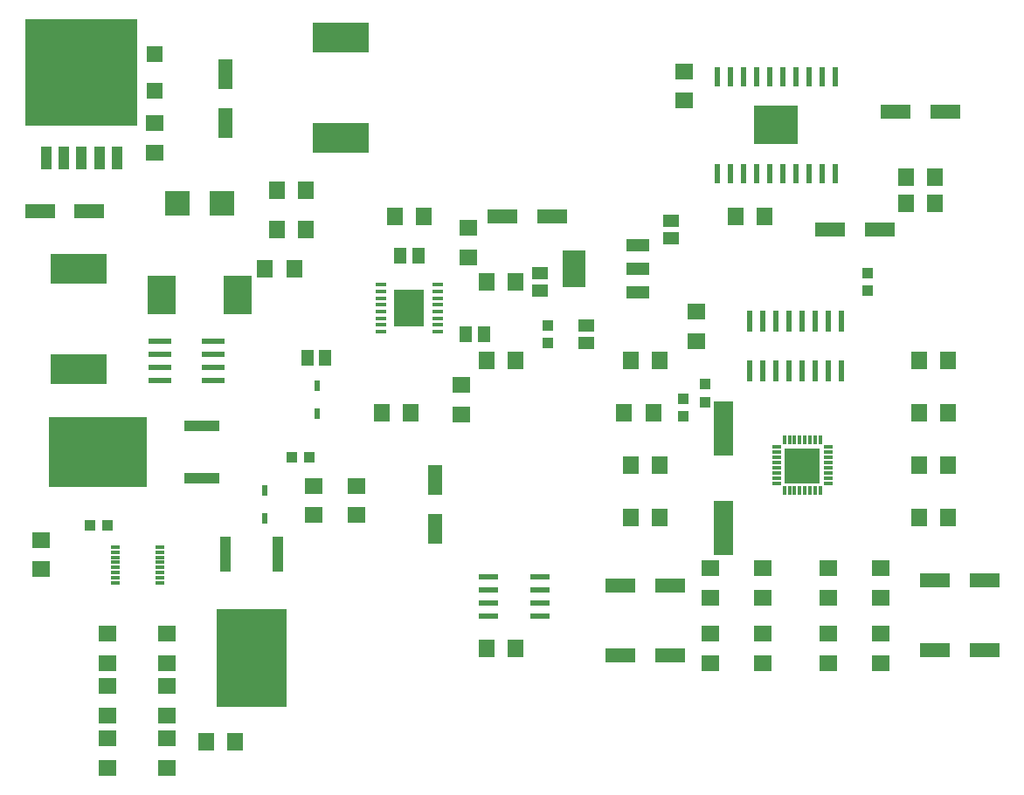
<source format=gtp>
G75*
G70*
%OFA0B0*%
%FSLAX24Y24*%
%IPPOS*%
%LPD*%
%AMOC8*
5,1,8,0,0,1.08239X$1,22.5*
%
%ADD10R,0.0710X0.0630*%
%ADD11R,0.0630X0.0710*%
%ADD12R,0.2126X0.1142*%
%ADD13R,0.0350X0.0120*%
%ADD14R,0.0709X0.0630*%
%ADD15R,0.0433X0.0394*%
%ADD16R,0.0780X0.0200*%
%ADD17R,0.1339X0.0394*%
%ADD18R,0.3780X0.2677*%
%ADD19R,0.0394X0.1339*%
%ADD20R,0.2677X0.3780*%
%ADD21R,0.0236X0.0394*%
%ADD22R,0.4252X0.4098*%
%ADD23R,0.0420X0.0850*%
%ADD24R,0.0945X0.0945*%
%ADD25R,0.0320X0.0120*%
%ADD26R,0.0120X0.0320*%
%ADD27R,0.1320X0.1320*%
%ADD28R,0.0880X0.0480*%
%ADD29R,0.0866X0.1417*%
%ADD30R,0.0394X0.0433*%
%ADD31R,0.0240X0.0810*%
%ADD32R,0.0220X0.0780*%
%ADD33R,0.1700X0.1500*%
%ADD34R,0.0630X0.0709*%
%ADD35R,0.0591X0.0512*%
%ADD36R,0.1181X0.0551*%
%ADD37R,0.0591X0.0591*%
%ADD38R,0.0760X0.2100*%
%ADD39R,0.0551X0.1181*%
%ADD40R,0.0413X0.0177*%
%ADD41R,0.1160X0.1410*%
%ADD42R,0.0870X0.0240*%
%ADD43R,0.0512X0.0591*%
%ADD44R,0.1102X0.1496*%
D10*
X004100Y002940D03*
X004100Y004060D03*
X004100Y004940D03*
X004100Y006060D03*
X004100Y006940D03*
X004100Y008060D03*
X006350Y008060D03*
X006350Y006940D03*
X006350Y006060D03*
X006350Y004940D03*
X006350Y004060D03*
X006350Y002940D03*
X011950Y012590D03*
X011950Y013710D03*
X013600Y013710D03*
X013600Y012590D03*
X017600Y016440D03*
X017600Y017560D03*
X017850Y022440D03*
X017850Y023560D03*
X026550Y020360D03*
X026550Y019240D03*
X027100Y010560D03*
X027100Y009440D03*
X027100Y008060D03*
X027100Y006940D03*
X029100Y006940D03*
X029100Y008060D03*
X029100Y009440D03*
X029100Y010560D03*
X031600Y010560D03*
X031600Y009440D03*
X031600Y008060D03*
X031600Y006940D03*
X033600Y006940D03*
X033600Y008060D03*
X033600Y009440D03*
X033600Y010560D03*
X005900Y026440D03*
X005900Y027560D03*
D11*
X010540Y025000D03*
X011660Y025000D03*
X011660Y023500D03*
X010540Y023500D03*
X010090Y022000D03*
X011210Y022000D03*
X015040Y024000D03*
X016160Y024000D03*
X018540Y021500D03*
X019660Y021500D03*
X019660Y018500D03*
X018540Y018500D03*
X015660Y016500D03*
X014540Y016500D03*
X023790Y016500D03*
X024910Y016500D03*
X025160Y018500D03*
X024040Y018500D03*
X024040Y014500D03*
X025160Y014500D03*
X025160Y012500D03*
X024040Y012500D03*
X019660Y007500D03*
X018540Y007500D03*
X008960Y003950D03*
X007840Y003950D03*
X035040Y012500D03*
X036160Y012500D03*
X036160Y014500D03*
X035040Y014500D03*
X035040Y016500D03*
X036160Y016500D03*
X036160Y018500D03*
X035040Y018500D03*
D12*
X013000Y027000D03*
X013000Y030819D03*
X003000Y022000D03*
X003000Y018181D03*
D13*
X004391Y011378D03*
X004391Y011181D03*
X004391Y010984D03*
X004391Y010787D03*
X004391Y010591D03*
X004391Y010394D03*
X004391Y010197D03*
X004391Y010000D03*
X006100Y010000D03*
X006100Y010197D03*
X006100Y010394D03*
X006100Y010591D03*
X006100Y010787D03*
X006100Y010984D03*
X006100Y011181D03*
X006100Y011378D03*
D14*
X001550Y011651D03*
X001550Y010549D03*
X026100Y028449D03*
X026100Y029551D03*
D15*
X011785Y014800D03*
X011115Y014800D03*
X004085Y012200D03*
X003415Y012200D03*
D16*
X018630Y010250D03*
X018630Y009750D03*
X018630Y009250D03*
X018630Y008750D03*
X020570Y008750D03*
X020570Y009250D03*
X020570Y009750D03*
X020570Y010250D03*
D17*
X007698Y014000D03*
X007698Y016000D03*
D18*
X003722Y015000D03*
D19*
X008600Y011098D03*
X010600Y011098D03*
D20*
X009600Y007122D03*
D21*
X010100Y012469D03*
X010100Y013531D03*
X012100Y016469D03*
X012100Y017531D03*
D22*
X003100Y029500D03*
D23*
X003100Y026220D03*
X002430Y026220D03*
X001760Y026220D03*
X003770Y026220D03*
X004440Y026220D03*
D24*
X006734Y024500D03*
X008466Y024500D03*
D25*
X029620Y015190D03*
X029620Y014990D03*
X029620Y014800D03*
X029620Y014600D03*
X029620Y014400D03*
X029620Y014200D03*
X029620Y014010D03*
X029620Y013810D03*
X031580Y013810D03*
X031580Y014010D03*
X031580Y014200D03*
X031580Y014400D03*
X031580Y014600D03*
X031580Y014800D03*
X031580Y014990D03*
X031580Y015190D03*
D26*
X031290Y015480D03*
X031090Y015480D03*
X030900Y015480D03*
X030700Y015480D03*
X030500Y015480D03*
X030300Y015480D03*
X030110Y015480D03*
X029910Y015480D03*
X029910Y013520D03*
X030110Y013520D03*
X030300Y013520D03*
X030500Y013520D03*
X030700Y013520D03*
X030900Y013520D03*
X031090Y013520D03*
X031290Y013520D03*
D27*
X030600Y014480D03*
D28*
X024320Y021090D03*
X024320Y022000D03*
X024320Y022910D03*
D29*
X021880Y022000D03*
D30*
X020900Y019835D03*
X020900Y019165D03*
X026050Y017035D03*
X026900Y016915D03*
X026900Y017585D03*
X026050Y016365D03*
X033100Y021165D03*
X033100Y021835D03*
D31*
X032100Y020000D03*
X031600Y020000D03*
X031100Y020000D03*
X030600Y020000D03*
X030100Y020000D03*
X029600Y020000D03*
X029100Y020000D03*
X028600Y020000D03*
X028600Y018110D03*
X029100Y018110D03*
X029600Y018110D03*
X030100Y018110D03*
X030600Y018110D03*
X031100Y018110D03*
X031600Y018110D03*
X032100Y018110D03*
D32*
X031850Y025650D03*
X031350Y025650D03*
X030850Y025650D03*
X030350Y025650D03*
X029850Y025650D03*
X029350Y025650D03*
X028850Y025650D03*
X028350Y025650D03*
X027850Y025650D03*
X027350Y025650D03*
X027350Y029350D03*
X027850Y029350D03*
X028350Y029350D03*
X028850Y029350D03*
X029350Y029350D03*
X029850Y029350D03*
X030350Y029350D03*
X030850Y029350D03*
X031350Y029350D03*
X031850Y029350D03*
D33*
X029600Y027500D03*
D34*
X029151Y024000D03*
X028049Y024000D03*
X034549Y024500D03*
X035651Y024500D03*
X035651Y025500D03*
X034549Y025500D03*
D35*
X025600Y023835D03*
X025600Y023165D03*
X022350Y019835D03*
X022350Y019165D03*
X020600Y021165D03*
X020600Y021835D03*
D36*
X021045Y024000D03*
X019155Y024000D03*
X031655Y023500D03*
X033545Y023500D03*
X034155Y028000D03*
X036045Y028000D03*
X035655Y010100D03*
X037545Y010100D03*
X037545Y007450D03*
X035655Y007450D03*
X025545Y007250D03*
X023655Y007250D03*
X023655Y009900D03*
X025545Y009900D03*
X003395Y024200D03*
X001505Y024200D03*
D37*
X005900Y028811D03*
X005900Y030189D03*
D38*
X027600Y015900D03*
X027600Y012100D03*
D39*
X016600Y012055D03*
X016600Y013945D03*
X008600Y027555D03*
X008600Y029445D03*
D40*
X014507Y021396D03*
X014507Y021140D03*
X014507Y020884D03*
X014507Y020628D03*
X014507Y020372D03*
X014507Y020116D03*
X014507Y019860D03*
X014507Y019604D03*
X016693Y019604D03*
X016693Y019860D03*
X016693Y020116D03*
X016693Y020372D03*
X016693Y020628D03*
X016693Y020884D03*
X016693Y021140D03*
X016693Y021396D03*
D41*
X015600Y020500D03*
D42*
X008130Y019250D03*
X008130Y018750D03*
X008130Y018250D03*
X008130Y017750D03*
X006070Y017750D03*
X006070Y018250D03*
X006070Y018750D03*
X006070Y019250D03*
D43*
X011715Y018600D03*
X012385Y018600D03*
X015265Y022500D03*
X015935Y022500D03*
X017765Y019500D03*
X018435Y019500D03*
D44*
X009057Y021000D03*
X006143Y021000D03*
M02*

</source>
